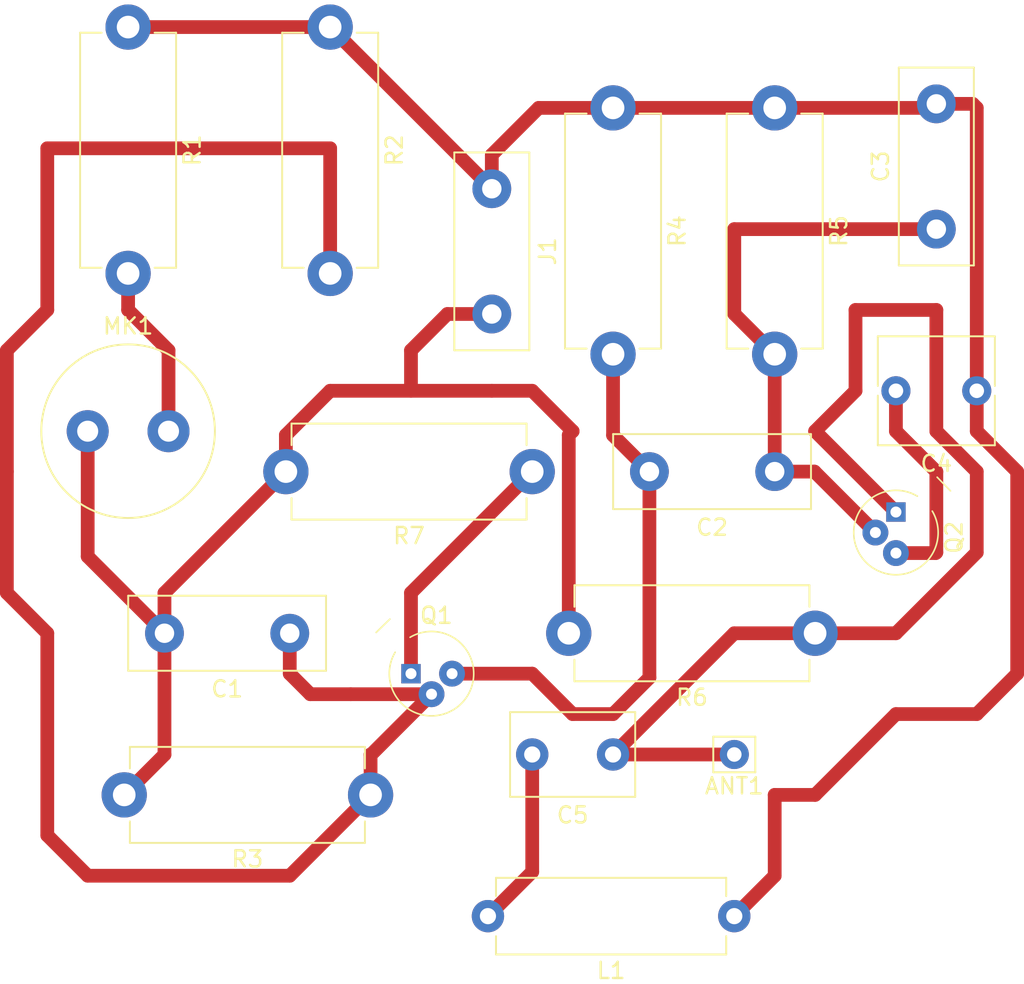
<source format=kicad_pcb>
(kicad_pcb (version 20171130) (host pcbnew "(5.1.5)-3")

  (general
    (thickness 1.6)
    (drawings 0)
    (tracks 91)
    (zones 0)
    (modules 18)
    (nets 11)
  )

  (page A4)
  (layers
    (0 F.Cu signal)
    (31 B.Cu signal)
    (32 B.Adhes user)
    (33 F.Adhes user)
    (34 B.Paste user)
    (35 F.Paste user)
    (36 B.SilkS user)
    (37 F.SilkS user)
    (38 B.Mask user)
    (39 F.Mask user)
    (40 Dwgs.User user)
    (41 Cmts.User user)
    (42 Eco1.User user)
    (43 Eco2.User user)
    (44 Edge.Cuts user)
    (45 Margin user)
    (46 B.CrtYd user)
    (47 F.CrtYd user)
    (48 B.Fab user)
    (49 F.Fab user)
  )

  (setup
    (last_trace_width 0.85)
    (user_trace_width 0.85)
    (trace_clearance 0.2)
    (zone_clearance 0.508)
    (zone_45_only no)
    (trace_min 0.2)
    (via_size 0.8)
    (via_drill 0.4)
    (via_min_size 0.4)
    (via_min_drill 0.3)
    (uvia_size 0.3)
    (uvia_drill 0.1)
    (uvias_allowed no)
    (uvia_min_size 0.2)
    (uvia_min_drill 0.1)
    (edge_width 0.05)
    (segment_width 0.2)
    (pcb_text_width 0.3)
    (pcb_text_size 1.5 1.5)
    (mod_edge_width 0.12)
    (mod_text_size 1 1)
    (mod_text_width 0.15)
    (pad_size 1.524 1.524)
    (pad_drill 0.762)
    (pad_to_mask_clearance 0.051)
    (solder_mask_min_width 0.25)
    (aux_axis_origin 0 0)
    (visible_elements FFFFFF7F)
    (pcbplotparams
      (layerselection 0x010fc_ffffffff)
      (usegerberextensions false)
      (usegerberattributes false)
      (usegerberadvancedattributes false)
      (creategerberjobfile false)
      (excludeedgelayer true)
      (linewidth 0.100000)
      (plotframeref false)
      (viasonmask false)
      (mode 1)
      (useauxorigin false)
      (hpglpennumber 1)
      (hpglpenspeed 20)
      (hpglpendiameter 15.000000)
      (psnegative false)
      (psa4output false)
      (plotreference true)
      (plotvalue true)
      (plotinvisibletext false)
      (padsonsilk false)
      (subtractmaskfromsilk false)
      (outputformat 1)
      (mirror false)
      (drillshape 1)
      (scaleselection 1)
      (outputdirectory ""))
  )

  (net 0 "")
  (net 1 "Net-(ANT1-Pad1)")
  (net 2 /VCC)
  (net 3 /GND)
  (net 4 "Net-(C1-Pad1)")
  (net 5 "Net-(C2-Pad1)")
  (net 6 "Net-(C2-Pad2)")
  (net 7 "Net-(C4-Pad2)")
  (net 8 "Net-(C5-Pad2)")
  (net 9 "Net-(MK1-Pad2)")
  (net 10 "Net-(Q1-Pad1)")

  (net_class Default "This is the default net class."
    (clearance 0.2)
    (trace_width 0.25)
    (via_dia 0.8)
    (via_drill 0.4)
    (uvia_dia 0.3)
    (uvia_drill 0.1)
    (add_net /GND)
    (add_net /VCC)
    (add_net "Net-(ANT1-Pad1)")
    (add_net "Net-(C1-Pad1)")
    (add_net "Net-(C2-Pad1)")
    (add_net "Net-(C2-Pad2)")
    (add_net "Net-(C4-Pad2)")
    (add_net "Net-(C5-Pad2)")
    (add_net "Net-(MK1-Pad2)")
    (add_net "Net-(Q1-Pad1)")
  )

  (module Resistor_THT:R_Axial_DIN0614_L14.3mm_D5.7mm_P15.24mm_Horizontal (layer F.Cu) (tedit 5AE5139B) (tstamp 5E66AAA8)
    (at 115 100 270)
    (descr "Resistor, Axial_DIN0614 series, Axial, Horizontal, pin pitch=15.24mm, 1.5W, length*diameter=14.3*5.7mm^2")
    (tags "Resistor Axial_DIN0614 series Axial Horizontal pin pitch 15.24mm 1.5W length 14.3mm diameter 5.7mm")
    (path /5E6512B5)
    (fp_text reference R2 (at 7.62 -3.97 90) (layer F.SilkS)
      (effects (font (size 1 1) (thickness 0.15)))
    )
    (fp_text value 1M (at 7.62 3.97 90) (layer F.Fab)
      (effects (font (size 1 1) (thickness 0.15)))
    )
    (fp_line (start 0.47 -2.85) (end 0.47 2.85) (layer F.Fab) (width 0.1))
    (fp_line (start 0.47 2.85) (end 14.77 2.85) (layer F.Fab) (width 0.1))
    (fp_line (start 14.77 2.85) (end 14.77 -2.85) (layer F.Fab) (width 0.1))
    (fp_line (start 14.77 -2.85) (end 0.47 -2.85) (layer F.Fab) (width 0.1))
    (fp_line (start 0 0) (end 0.47 0) (layer F.Fab) (width 0.1))
    (fp_line (start 15.24 0) (end 14.77 0) (layer F.Fab) (width 0.1))
    (fp_line (start 0.35 -1.64) (end 0.35 -2.97) (layer F.SilkS) (width 0.12))
    (fp_line (start 0.35 -2.97) (end 14.89 -2.97) (layer F.SilkS) (width 0.12))
    (fp_line (start 14.89 -2.97) (end 14.89 -1.64) (layer F.SilkS) (width 0.12))
    (fp_line (start 0.35 1.64) (end 0.35 2.97) (layer F.SilkS) (width 0.12))
    (fp_line (start 0.35 2.97) (end 14.89 2.97) (layer F.SilkS) (width 0.12))
    (fp_line (start 14.89 2.97) (end 14.89 1.64) (layer F.SilkS) (width 0.12))
    (fp_line (start -1.65 -3.1) (end -1.65 3.1) (layer F.CrtYd) (width 0.05))
    (fp_line (start -1.65 3.1) (end 16.89 3.1) (layer F.CrtYd) (width 0.05))
    (fp_line (start 16.89 3.1) (end 16.89 -3.1) (layer F.CrtYd) (width 0.05))
    (fp_line (start 16.89 -3.1) (end -1.65 -3.1) (layer F.CrtYd) (width 0.05))
    (fp_text user %R (at 7.62 0 90) (layer F.Fab)
      (effects (font (size 1 1) (thickness 0.15)))
    )
    (pad 1 thru_hole circle (at 0 0 270) (size 2.8 2.8) (drill 1.4) (layers *.Cu *.Mask)
      (net 2 /VCC))
    (pad 2 thru_hole oval (at 15.24 0 270) (size 2.8 2.8) (drill 1.4) (layers *.Cu *.Mask)
      (net 4 "Net-(C1-Pad1)"))
    (model ${KISYS3DMOD}/Resistor_THT.3dshapes/R_Axial_DIN0614_L14.3mm_D5.7mm_P15.24mm_Horizontal.wrl
      (at (xyz 0 0 0))
      (scale (xyz 1 1 1))
      (rotate (xyz 0 0 0))
    )
  )

  (module Connector_Pin:Pin_D0.9mm_L10.0mm_W2.4mm_FlatFork (layer F.Cu) (tedit 5A1DC084) (tstamp 5E668EFD)
    (at 140 145)
    (descr "solder Pin_ with flat fork, hole diameter 0.9mm, length 10.0mm, width 2.4mm")
    (tags "solder Pin_ with flat fork")
    (path /5E673B05)
    (fp_text reference ANT1 (at 0 1.95) (layer F.SilkS)
      (effects (font (size 1 1) (thickness 0.15)))
    )
    (fp_text value 2450AT18A100E (at 0 -2.05) (layer F.Fab)
      (effects (font (size 1 1) (thickness 0.15)))
    )
    (fp_text user %R (at 0 1.95) (layer F.Fab)
      (effects (font (size 1 1) (thickness 0.15)))
    )
    (fp_line (start -1.3 -1.1) (end -1.3 0.6) (layer F.SilkS) (width 0.12))
    (fp_line (start -1.3 0.6) (end -1.3 1.1) (layer F.SilkS) (width 0.12))
    (fp_line (start -1.3 1.1) (end 1.3 1.1) (layer F.SilkS) (width 0.12))
    (fp_line (start 1.3 1.1) (end 1.3 -1.1) (layer F.SilkS) (width 0.12))
    (fp_line (start 1.3 -1.1) (end -1.3 -1.1) (layer F.SilkS) (width 0.12))
    (fp_line (start -1.2 -0.25) (end -1.2 0.25) (layer F.Fab) (width 0.12))
    (fp_line (start -1.2 0.25) (end 1.2 0.25) (layer F.Fab) (width 0.12))
    (fp_line (start 1.2 0.25) (end 1.2 -0.25) (layer F.Fab) (width 0.12))
    (fp_line (start 1.2 -0.25) (end -1.2 -0.25) (layer F.Fab) (width 0.12))
    (fp_line (start -1.7 -1.4) (end 1.7 -1.4) (layer F.CrtYd) (width 0.05))
    (fp_line (start -1.7 -1.4) (end -1.7 1.4) (layer F.CrtYd) (width 0.05))
    (fp_line (start 1.7 1.4) (end 1.7 -1.4) (layer F.CrtYd) (width 0.05))
    (fp_line (start 1.7 1.4) (end -1.7 1.4) (layer F.CrtYd) (width 0.05))
    (pad 1 thru_hole circle (at 0 0) (size 1.8 1.8) (drill 0.9) (layers *.Cu *.Mask)
      (net 1 "Net-(ANT1-Pad1)"))
    (model ${KISYS3DMOD}/Connector_Pin.3dshapes/Pin_D0.9mm_L10.0mm_W2.4mm_FlatFork.wrl
      (at (xyz 0 0 0))
      (scale (xyz 1 1 1))
      (rotate (xyz 0 0 0))
    )
  )

  (module Capacitor_THT:C_Disc_D12.0mm_W4.4mm_P7.75mm (layer F.Cu) (tedit 5AE50EF0) (tstamp 5E668F52)
    (at 112.5 137.5 180)
    (descr "C, Disc series, Radial, pin pitch=7.75mm, , diameter*width=12*4.4mm^2, Capacitor")
    (tags "C Disc series Radial pin pitch 7.75mm  diameter 12mm width 4.4mm Capacitor")
    (path /5E655209)
    (fp_text reference C1 (at 3.875 -3.45) (layer F.SilkS)
      (effects (font (size 1 1) (thickness 0.15)))
    )
    (fp_text value 0.1uf (at 3.875 3.45) (layer F.Fab)
      (effects (font (size 1 1) (thickness 0.15)))
    )
    (fp_text user %R (at 3.875 0) (layer F.Fab)
      (effects (font (size 1 1) (thickness 0.15)))
    )
    (fp_line (start 10.13 -2.45) (end -2.38 -2.45) (layer F.CrtYd) (width 0.05))
    (fp_line (start 10.13 2.45) (end 10.13 -2.45) (layer F.CrtYd) (width 0.05))
    (fp_line (start -2.38 2.45) (end 10.13 2.45) (layer F.CrtYd) (width 0.05))
    (fp_line (start -2.38 -2.45) (end -2.38 2.45) (layer F.CrtYd) (width 0.05))
    (fp_line (start 9.995 -2.321) (end 9.995 2.321) (layer F.SilkS) (width 0.12))
    (fp_line (start -2.245 -2.321) (end -2.245 2.321) (layer F.SilkS) (width 0.12))
    (fp_line (start -2.245 2.321) (end 9.995 2.321) (layer F.SilkS) (width 0.12))
    (fp_line (start -2.245 -2.321) (end 9.995 -2.321) (layer F.SilkS) (width 0.12))
    (fp_line (start 9.875 -2.2) (end -2.125 -2.2) (layer F.Fab) (width 0.1))
    (fp_line (start 9.875 2.2) (end 9.875 -2.2) (layer F.Fab) (width 0.1))
    (fp_line (start -2.125 2.2) (end 9.875 2.2) (layer F.Fab) (width 0.1))
    (fp_line (start -2.125 -2.2) (end -2.125 2.2) (layer F.Fab) (width 0.1))
    (pad 2 thru_hole circle (at 7.75 0 180) (size 2.4 2.4) (drill 1.2) (layers *.Cu *.Mask)
      (net 3 /GND))
    (pad 1 thru_hole circle (at 0 0 180) (size 2.4 2.4) (drill 1.2) (layers *.Cu *.Mask)
      (net 4 "Net-(C1-Pad1)"))
    (model ${KISYS3DMOD}/Capacitor_THT.3dshapes/C_Disc_D12.0mm_W4.4mm_P7.75mm.wrl
      (at (xyz 0 0 0))
      (scale (xyz 1 1 1))
      (rotate (xyz 0 0 0))
    )
  )

  (module Capacitor_THT:C_Disc_D12.0mm_W4.4mm_P7.75mm (layer F.Cu) (tedit 5AE50EF0) (tstamp 5E668F65)
    (at 142.5 127.5 180)
    (descr "C, Disc series, Radial, pin pitch=7.75mm, , diameter*width=12*4.4mm^2, Capacitor")
    (tags "C Disc series Radial pin pitch 7.75mm  diameter 12mm width 4.4mm Capacitor")
    (path /5E654C98)
    (fp_text reference C2 (at 3.875 -3.45) (layer F.SilkS)
      (effects (font (size 1 1) (thickness 0.15)))
    )
    (fp_text value 0.1uF (at 3.875 3.45) (layer F.Fab)
      (effects (font (size 1 1) (thickness 0.15)))
    )
    (fp_line (start -2.125 -2.2) (end -2.125 2.2) (layer F.Fab) (width 0.1))
    (fp_line (start -2.125 2.2) (end 9.875 2.2) (layer F.Fab) (width 0.1))
    (fp_line (start 9.875 2.2) (end 9.875 -2.2) (layer F.Fab) (width 0.1))
    (fp_line (start 9.875 -2.2) (end -2.125 -2.2) (layer F.Fab) (width 0.1))
    (fp_line (start -2.245 -2.321) (end 9.995 -2.321) (layer F.SilkS) (width 0.12))
    (fp_line (start -2.245 2.321) (end 9.995 2.321) (layer F.SilkS) (width 0.12))
    (fp_line (start -2.245 -2.321) (end -2.245 2.321) (layer F.SilkS) (width 0.12))
    (fp_line (start 9.995 -2.321) (end 9.995 2.321) (layer F.SilkS) (width 0.12))
    (fp_line (start -2.38 -2.45) (end -2.38 2.45) (layer F.CrtYd) (width 0.05))
    (fp_line (start -2.38 2.45) (end 10.13 2.45) (layer F.CrtYd) (width 0.05))
    (fp_line (start 10.13 2.45) (end 10.13 -2.45) (layer F.CrtYd) (width 0.05))
    (fp_line (start 10.13 -2.45) (end -2.38 -2.45) (layer F.CrtYd) (width 0.05))
    (fp_text user %R (at 3.875 0) (layer F.Fab)
      (effects (font (size 1 1) (thickness 0.15)))
    )
    (pad 1 thru_hole circle (at 0 0 180) (size 2.4 2.4) (drill 1.2) (layers *.Cu *.Mask)
      (net 5 "Net-(C2-Pad1)"))
    (pad 2 thru_hole circle (at 7.75 0 180) (size 2.4 2.4) (drill 1.2) (layers *.Cu *.Mask)
      (net 6 "Net-(C2-Pad2)"))
    (model ${KISYS3DMOD}/Capacitor_THT.3dshapes/C_Disc_D12.0mm_W4.4mm_P7.75mm.wrl
      (at (xyz 0 0 0))
      (scale (xyz 1 1 1))
      (rotate (xyz 0 0 0))
    )
  )

  (module Capacitor_THT:C_Disc_D12.0mm_W4.4mm_P7.75mm (layer F.Cu) (tedit 5AE50EF0) (tstamp 5E668F78)
    (at 152.5 112.5 90)
    (descr "C, Disc series, Radial, pin pitch=7.75mm, , diameter*width=12*4.4mm^2, Capacitor")
    (tags "C Disc series Radial pin pitch 7.75mm  diameter 12mm width 4.4mm Capacitor")
    (path /5E6553B8)
    (fp_text reference C3 (at 3.875 -3.45 90) (layer F.SilkS)
      (effects (font (size 1 1) (thickness 0.15)))
    )
    (fp_text value 0.01uF (at 3.875 3.45 90) (layer F.Fab)
      (effects (font (size 1 1) (thickness 0.15)))
    )
    (fp_line (start -2.125 -2.2) (end -2.125 2.2) (layer F.Fab) (width 0.1))
    (fp_line (start -2.125 2.2) (end 9.875 2.2) (layer F.Fab) (width 0.1))
    (fp_line (start 9.875 2.2) (end 9.875 -2.2) (layer F.Fab) (width 0.1))
    (fp_line (start 9.875 -2.2) (end -2.125 -2.2) (layer F.Fab) (width 0.1))
    (fp_line (start -2.245 -2.321) (end 9.995 -2.321) (layer F.SilkS) (width 0.12))
    (fp_line (start -2.245 2.321) (end 9.995 2.321) (layer F.SilkS) (width 0.12))
    (fp_line (start -2.245 -2.321) (end -2.245 2.321) (layer F.SilkS) (width 0.12))
    (fp_line (start 9.995 -2.321) (end 9.995 2.321) (layer F.SilkS) (width 0.12))
    (fp_line (start -2.38 -2.45) (end -2.38 2.45) (layer F.CrtYd) (width 0.05))
    (fp_line (start -2.38 2.45) (end 10.13 2.45) (layer F.CrtYd) (width 0.05))
    (fp_line (start 10.13 2.45) (end 10.13 -2.45) (layer F.CrtYd) (width 0.05))
    (fp_line (start 10.13 -2.45) (end -2.38 -2.45) (layer F.CrtYd) (width 0.05))
    (fp_text user %R (at 3.875 0 90) (layer F.Fab)
      (effects (font (size 1 1) (thickness 0.15)))
    )
    (pad 1 thru_hole circle (at 0 0 90) (size 2.4 2.4) (drill 1.2) (layers *.Cu *.Mask)
      (net 5 "Net-(C2-Pad1)"))
    (pad 2 thru_hole circle (at 7.75 0 90) (size 2.4 2.4) (drill 1.2) (layers *.Cu *.Mask)
      (net 2 /VCC))
    (model ${KISYS3DMOD}/Capacitor_THT.3dshapes/C_Disc_D12.0mm_W4.4mm_P7.75mm.wrl
      (at (xyz 0 0 0))
      (scale (xyz 1 1 1))
      (rotate (xyz 0 0 0))
    )
  )

  (module Capacitor_THT:C_Rect_L7.0mm_W6.5mm_P5.00mm (layer F.Cu) (tedit 5AE50EF0) (tstamp 5E668F8D)
    (at 155 122.5 180)
    (descr "C, Rect series, Radial, pin pitch=5.00mm, , length*width=7*6.5mm^2, Capacitor")
    (tags "C Rect series Radial pin pitch 5.00mm  length 7mm width 6.5mm Capacitor")
    (path /5E652AC5)
    (fp_text reference C4 (at 2.5 -4.5) (layer F.SilkS)
      (effects (font (size 1 1) (thickness 0.15)))
    )
    (fp_text value C_Variable (at 2.5 4.5) (layer F.Fab)
      (effects (font (size 1 1) (thickness 0.15)))
    )
    (fp_line (start -1 -3.25) (end -1 3.25) (layer F.Fab) (width 0.1))
    (fp_line (start -1 3.25) (end 6 3.25) (layer F.Fab) (width 0.1))
    (fp_line (start 6 3.25) (end 6 -3.25) (layer F.Fab) (width 0.1))
    (fp_line (start 6 -3.25) (end -1 -3.25) (layer F.Fab) (width 0.1))
    (fp_line (start -1.12 -3.37) (end 6.12 -3.37) (layer F.SilkS) (width 0.12))
    (fp_line (start -1.12 3.37) (end 6.12 3.37) (layer F.SilkS) (width 0.12))
    (fp_line (start -1.12 -3.37) (end -1.12 -0.301) (layer F.SilkS) (width 0.12))
    (fp_line (start -1.12 0.301) (end -1.12 3.37) (layer F.SilkS) (width 0.12))
    (fp_line (start 6.12 -3.37) (end 6.12 -0.301) (layer F.SilkS) (width 0.12))
    (fp_line (start 6.12 0.301) (end 6.12 3.37) (layer F.SilkS) (width 0.12))
    (fp_line (start -1.25 -3.5) (end -1.25 3.5) (layer F.CrtYd) (width 0.05))
    (fp_line (start -1.25 3.5) (end 6.25 3.5) (layer F.CrtYd) (width 0.05))
    (fp_line (start 6.25 3.5) (end 6.25 -3.5) (layer F.CrtYd) (width 0.05))
    (fp_line (start 6.25 -3.5) (end -1.25 -3.5) (layer F.CrtYd) (width 0.05))
    (fp_text user %R (at 2.5 0) (layer F.Fab)
      (effects (font (size 1 1) (thickness 0.15)))
    )
    (pad 1 thru_hole circle (at 0 0 180) (size 1.8 1.8) (drill 0.9) (layers *.Cu *.Mask)
      (net 2 /VCC))
    (pad 2 thru_hole circle (at 5 0 180) (size 1.8 1.8) (drill 0.9) (layers *.Cu *.Mask)
      (net 7 "Net-(C4-Pad2)"))
    (model ${KISYS3DMOD}/Capacitor_THT.3dshapes/C_Rect_L7.0mm_W6.5mm_P5.00mm.wrl
      (at (xyz 0 0 0))
      (scale (xyz 1 1 1))
      (rotate (xyz 0 0 0))
    )
  )

  (module Capacitor_THT:C_Disc_D7.5mm_W5.0mm_P5.00mm (layer F.Cu) (tedit 5AE50EF0) (tstamp 5E668FA0)
    (at 132.5 145 180)
    (descr "C, Disc series, Radial, pin pitch=5.00mm, , diameter*width=7.5*5.0mm^2, Capacitor, http://www.vishay.com/docs/28535/vy2series.pdf")
    (tags "C Disc series Radial pin pitch 5.00mm  diameter 7.5mm width 5.0mm Capacitor")
    (path /5E664CC2)
    (fp_text reference C5 (at 2.5 -3.75) (layer F.SilkS)
      (effects (font (size 1 1) (thickness 0.15)))
    )
    (fp_text value 4.7uF (at 2.5 3.75) (layer F.Fab)
      (effects (font (size 1 1) (thickness 0.15)))
    )
    (fp_line (start -1.25 -2.5) (end -1.25 2.5) (layer F.Fab) (width 0.1))
    (fp_line (start -1.25 2.5) (end 6.25 2.5) (layer F.Fab) (width 0.1))
    (fp_line (start 6.25 2.5) (end 6.25 -2.5) (layer F.Fab) (width 0.1))
    (fp_line (start 6.25 -2.5) (end -1.25 -2.5) (layer F.Fab) (width 0.1))
    (fp_line (start -1.37 -2.62) (end 6.37 -2.62) (layer F.SilkS) (width 0.12))
    (fp_line (start -1.37 2.62) (end 6.37 2.62) (layer F.SilkS) (width 0.12))
    (fp_line (start -1.37 -2.62) (end -1.37 2.62) (layer F.SilkS) (width 0.12))
    (fp_line (start 6.37 -2.62) (end 6.37 2.62) (layer F.SilkS) (width 0.12))
    (fp_line (start -1.5 -2.75) (end -1.5 2.75) (layer F.CrtYd) (width 0.05))
    (fp_line (start -1.5 2.75) (end 6.5 2.75) (layer F.CrtYd) (width 0.05))
    (fp_line (start 6.5 2.75) (end 6.5 -2.75) (layer F.CrtYd) (width 0.05))
    (fp_line (start 6.5 -2.75) (end -1.5 -2.75) (layer F.CrtYd) (width 0.05))
    (fp_text user %R (at 2.5 0) (layer F.Fab)
      (effects (font (size 1 1) (thickness 0.15)))
    )
    (pad 1 thru_hole circle (at 0 0 180) (size 2 2) (drill 1) (layers *.Cu *.Mask)
      (net 1 "Net-(ANT1-Pad1)"))
    (pad 2 thru_hole circle (at 5 0 180) (size 2 2) (drill 1) (layers *.Cu *.Mask)
      (net 8 "Net-(C5-Pad2)"))
    (model ${KISYS3DMOD}/Capacitor_THT.3dshapes/C_Disc_D7.5mm_W5.0mm_P5.00mm.wrl
      (at (xyz 0 0 0))
      (scale (xyz 1 1 1))
      (rotate (xyz 0 0 0))
    )
  )

  (module Inductor_THT:L_Axial_L14.0mm_D4.5mm_P15.24mm_Horizontal_Fastron_LACC (layer F.Cu) (tedit 5AE59B05) (tstamp 5E668FB7)
    (at 140 155 180)
    (descr "Inductor, Axial series, Axial, Horizontal, pin pitch=15.24mm, , length*diameter=14*4.5mm^2, Fastron, LACC, http://www.fastrongroup.com/image-show/20/LACC.pdf?type=Complete-DataSheet&productType=series")
    (tags "Inductor Axial series Axial Horizontal pin pitch 15.24mm  length 14mm diameter 4.5mm Fastron LACC")
    (path /5E663EC6)
    (fp_text reference L1 (at 7.62 -3.37) (layer F.SilkS)
      (effects (font (size 1 1) (thickness 0.15)))
    )
    (fp_text value 0.01uH (at 7.62 3.37) (layer F.Fab)
      (effects (font (size 1 1) (thickness 0.15)))
    )
    (fp_line (start 0.62 -2.25) (end 0.62 2.25) (layer F.Fab) (width 0.1))
    (fp_line (start 0.62 2.25) (end 14.62 2.25) (layer F.Fab) (width 0.1))
    (fp_line (start 14.62 2.25) (end 14.62 -2.25) (layer F.Fab) (width 0.1))
    (fp_line (start 14.62 -2.25) (end 0.62 -2.25) (layer F.Fab) (width 0.1))
    (fp_line (start 0 0) (end 0.62 0) (layer F.Fab) (width 0.1))
    (fp_line (start 15.24 0) (end 14.62 0) (layer F.Fab) (width 0.1))
    (fp_line (start 0.5 -1.24) (end 0.5 -2.37) (layer F.SilkS) (width 0.12))
    (fp_line (start 0.5 -2.37) (end 14.74 -2.37) (layer F.SilkS) (width 0.12))
    (fp_line (start 14.74 -2.37) (end 14.74 -1.24) (layer F.SilkS) (width 0.12))
    (fp_line (start 0.5 1.24) (end 0.5 2.37) (layer F.SilkS) (width 0.12))
    (fp_line (start 0.5 2.37) (end 14.74 2.37) (layer F.SilkS) (width 0.12))
    (fp_line (start 14.74 2.37) (end 14.74 1.24) (layer F.SilkS) (width 0.12))
    (fp_line (start -1.25 -2.5) (end -1.25 2.5) (layer F.CrtYd) (width 0.05))
    (fp_line (start -1.25 2.5) (end 16.5 2.5) (layer F.CrtYd) (width 0.05))
    (fp_line (start 16.5 2.5) (end 16.5 -2.5) (layer F.CrtYd) (width 0.05))
    (fp_line (start 16.5 -2.5) (end -1.25 -2.5) (layer F.CrtYd) (width 0.05))
    (fp_text user %R (at 7.62 0) (layer F.Fab)
      (effects (font (size 1 1) (thickness 0.15)))
    )
    (pad 1 thru_hole circle (at 0 0 180) (size 2 2) (drill 1) (layers *.Cu *.Mask)
      (net 2 /VCC))
    (pad 2 thru_hole oval (at 15.24 0 180) (size 2 2) (drill 1) (layers *.Cu *.Mask)
      (net 8 "Net-(C5-Pad2)"))
    (model ${KISYS3DMOD}/Inductor_THT.3dshapes/L_Axial_L14.0mm_D4.5mm_P15.24mm_Horizontal_Fastron_LACC.wrl
      (at (xyz 0 0 0))
      (scale (xyz 1 1 1))
      (rotate (xyz 0 0 0))
    )
  )

  (module Inductor_THT:L_Radial_D10.5mm_P5.00mm_Abacron_AISR-01 (layer F.Cu) (tedit 5AE59B06) (tstamp 5E668FC1)
    (at 100 125)
    (descr "Inductor, Radial series, Radial, pin pitch=5.00mm, , diameter=10.5mm, Abacron, AISR-01, http://www.abracon.com/Magnetics/radial/AISR-01.pdf")
    (tags "Inductor Radial series Radial pin pitch 5.00mm  diameter 10.5mm Abacron AISR-01")
    (path /5E655859)
    (fp_text reference MK1 (at 2.5 -6.5) (layer F.SilkS)
      (effects (font (size 1 1) (thickness 0.15)))
    )
    (fp_text value Microphone (at 2.5 6.5) (layer F.Fab)
      (effects (font (size 1 1) (thickness 0.15)))
    )
    (fp_circle (center 2.5 0) (end 7.75 0) (layer F.Fab) (width 0.1))
    (fp_circle (center 2.5 0) (end 7.87 0) (layer F.SilkS) (width 0.12))
    (fp_circle (center 2.5 0) (end 8 0) (layer F.CrtYd) (width 0.05))
    (fp_text user %R (at 2.5 0) (layer F.Fab)
      (effects (font (size 1 1) (thickness 0.15)))
    )
    (pad 1 thru_hole circle (at 0 0) (size 2.6 2.6) (drill 1.3) (layers *.Cu *.Mask)
      (net 3 /GND))
    (pad 2 thru_hole circle (at 5 0) (size 2.6 2.6) (drill 1.3) (layers *.Cu *.Mask)
      (net 9 "Net-(MK1-Pad2)"))
    (model ${KISYS3DMOD}/Inductor_THT.3dshapes/L_Radial_D10.5mm_P5.00mm_Abacron_AISR-01.wrl
      (at (xyz 0 0 0))
      (scale (xyz 1 1 1))
      (rotate (xyz 0 0 0))
    )
  )

  (module digikey-footprints:TO-18-3 (layer F.Cu) (tedit 5AFC2FDD) (tstamp 5E668FD4)
    (at 120 140)
    (path /5E6543EE)
    (fp_text reference Q1 (at 1.57 -3.6) (layer F.SilkS)
      (effects (font (size 1 1) (thickness 0.15)))
    )
    (fp_text value 2N2222A (at 1.37 3.5) (layer F.Fab)
      (effects (font (size 1 1) (thickness 0.15)))
    )
    (fp_circle (center 1.27 0) (end 3.745 0) (layer F.Fab) (width 0.1))
    (fp_line (start -1.63 -2.9) (end -2.055 -2.5) (layer F.Fab) (width 0.1))
    (fp_line (start -1.63 -2.9) (end -1.23 -3.3) (layer F.Fab) (width 0.1))
    (fp_line (start -1.23 -3.3) (end -0.055 -2.075) (layer F.Fab) (width 0.1))
    (fp_line (start -2.055 -2.5) (end -0.805 -1.325) (layer F.Fab) (width 0.1))
    (fp_text user %R (at 1.27 -1.4) (layer F.Fab)
      (effects (font (size 0.75 0.75) (thickness 0.075)))
    )
    (fp_circle (center 1.27 0) (end 3.995 0) (layer F.CrtYd) (width 0.05))
    (fp_line (start -2.355 -2.475) (end -1.13 -1.325) (layer F.CrtYd) (width 0.05))
    (fp_line (start -1.205 -3.625) (end -2.38 -2.475) (layer F.CrtYd) (width 0.05))
    (fp_line (start -0.055 -2.4) (end -1.205 -3.625) (layer F.CrtYd) (width 0.05))
    (fp_arc (start 1.27 0) (end -0.98 -1.325) (angle -331) (layer F.SilkS) (width 0.1))
    (fp_line (start -2.155 -2.55) (end -1.305 -3.375) (layer F.SilkS) (width 0.1))
    (pad 3 thru_hole circle (at 2.54 0) (size 1.6 1.6) (drill 0.68) (layers *.Cu *.Mask)
      (net 6 "Net-(C2-Pad2)"))
    (pad 2 thru_hole circle (at 1.27 1.27) (size 1.6 1.6) (drill 0.68) (layers *.Cu *.Mask)
      (net 4 "Net-(C1-Pad1)"))
    (pad 1 thru_hole rect (at 0 0) (size 1.2 1.2) (drill 0.68) (layers *.Cu *.Mask)
      (net 10 "Net-(Q1-Pad1)"))
  )

  (module digikey-footprints:TO-18-3 (layer F.Cu) (tedit 5AFC2FDD) (tstamp 5E668FE7)
    (at 150 130 270)
    (path /5E653737)
    (fp_text reference Q2 (at 1.57 -3.6 90) (layer F.SilkS)
      (effects (font (size 1 1) (thickness 0.15)))
    )
    (fp_text value 2N2222A (at 1.37 3.5 90) (layer F.Fab)
      (effects (font (size 1 1) (thickness 0.15)))
    )
    (fp_line (start -2.155 -2.55) (end -1.305 -3.375) (layer F.SilkS) (width 0.1))
    (fp_arc (start 1.27 0) (end -0.98 -1.325) (angle -331) (layer F.SilkS) (width 0.1))
    (fp_line (start -0.055 -2.4) (end -1.205 -3.625) (layer F.CrtYd) (width 0.05))
    (fp_line (start -1.205 -3.625) (end -2.38 -2.475) (layer F.CrtYd) (width 0.05))
    (fp_line (start -2.355 -2.475) (end -1.13 -1.325) (layer F.CrtYd) (width 0.05))
    (fp_circle (center 1.27 0) (end 3.995 0) (layer F.CrtYd) (width 0.05))
    (fp_text user %R (at 1.27 -1.4 90) (layer F.Fab)
      (effects (font (size 0.75 0.75) (thickness 0.075)))
    )
    (fp_line (start -2.055 -2.5) (end -0.805 -1.325) (layer F.Fab) (width 0.1))
    (fp_line (start -1.23 -3.3) (end -0.055 -2.075) (layer F.Fab) (width 0.1))
    (fp_line (start -1.63 -2.9) (end -1.23 -3.3) (layer F.Fab) (width 0.1))
    (fp_line (start -1.63 -2.9) (end -2.055 -2.5) (layer F.Fab) (width 0.1))
    (fp_circle (center 1.27 0) (end 3.745 0) (layer F.Fab) (width 0.1))
    (pad 1 thru_hole rect (at 0 0 270) (size 1.2 1.2) (drill 0.68) (layers *.Cu *.Mask)
      (net 1 "Net-(ANT1-Pad1)"))
    (pad 2 thru_hole circle (at 1.27 1.27 270) (size 1.6 1.6) (drill 0.68) (layers *.Cu *.Mask)
      (net 5 "Net-(C2-Pad1)"))
    (pad 3 thru_hole circle (at 2.54 0 270) (size 1.6 1.6) (drill 0.68) (layers *.Cu *.Mask)
      (net 7 "Net-(C4-Pad2)"))
  )

  (module Resistor_THT:R_Axial_DIN0614_L14.3mm_D5.7mm_P15.24mm_Horizontal (layer F.Cu) (tedit 5AE5139B) (tstamp 5E668FFE)
    (at 102.5 100 270)
    (descr "Resistor, Axial_DIN0614 series, Axial, Horizontal, pin pitch=15.24mm, 1.5W, length*diameter=14.3*5.7mm^2")
    (tags "Resistor Axial_DIN0614 series Axial Horizontal pin pitch 15.24mm 1.5W length 14.3mm diameter 5.7mm")
    (path /5E6677F5)
    (fp_text reference R1 (at 7.62 -3.97 90) (layer F.SilkS)
      (effects (font (size 1 1) (thickness 0.15)))
    )
    (fp_text value 10k (at 7.62 3.97 90) (layer F.Fab)
      (effects (font (size 1 1) (thickness 0.15)))
    )
    (fp_line (start 0.47 -2.85) (end 0.47 2.85) (layer F.Fab) (width 0.1))
    (fp_line (start 0.47 2.85) (end 14.77 2.85) (layer F.Fab) (width 0.1))
    (fp_line (start 14.77 2.85) (end 14.77 -2.85) (layer F.Fab) (width 0.1))
    (fp_line (start 14.77 -2.85) (end 0.47 -2.85) (layer F.Fab) (width 0.1))
    (fp_line (start 0 0) (end 0.47 0) (layer F.Fab) (width 0.1))
    (fp_line (start 15.24 0) (end 14.77 0) (layer F.Fab) (width 0.1))
    (fp_line (start 0.35 -1.64) (end 0.35 -2.97) (layer F.SilkS) (width 0.12))
    (fp_line (start 0.35 -2.97) (end 14.89 -2.97) (layer F.SilkS) (width 0.12))
    (fp_line (start 14.89 -2.97) (end 14.89 -1.64) (layer F.SilkS) (width 0.12))
    (fp_line (start 0.35 1.64) (end 0.35 2.97) (layer F.SilkS) (width 0.12))
    (fp_line (start 0.35 2.97) (end 14.89 2.97) (layer F.SilkS) (width 0.12))
    (fp_line (start 14.89 2.97) (end 14.89 1.64) (layer F.SilkS) (width 0.12))
    (fp_line (start -1.65 -3.1) (end -1.65 3.1) (layer F.CrtYd) (width 0.05))
    (fp_line (start -1.65 3.1) (end 16.89 3.1) (layer F.CrtYd) (width 0.05))
    (fp_line (start 16.89 3.1) (end 16.89 -3.1) (layer F.CrtYd) (width 0.05))
    (fp_line (start 16.89 -3.1) (end -1.65 -3.1) (layer F.CrtYd) (width 0.05))
    (fp_text user %R (at 7.62 0 90) (layer F.Fab)
      (effects (font (size 1 1) (thickness 0.15)))
    )
    (pad 1 thru_hole circle (at 0 0 270) (size 2.8 2.8) (drill 1.4) (layers *.Cu *.Mask)
      (net 2 /VCC))
    (pad 2 thru_hole oval (at 15.24 0 270) (size 2.8 2.8) (drill 1.4) (layers *.Cu *.Mask)
      (net 9 "Net-(MK1-Pad2)"))
    (model ${KISYS3DMOD}/Resistor_THT.3dshapes/R_Axial_DIN0614_L14.3mm_D5.7mm_P15.24mm_Horizontal.wrl
      (at (xyz 0 0 0))
      (scale (xyz 1 1 1))
      (rotate (xyz 0 0 0))
    )
  )

  (module Resistor_THT:R_Axial_DIN0614_L14.3mm_D5.7mm_P15.24mm_Horizontal (layer F.Cu) (tedit 5AE5139B) (tstamp 5E66902C)
    (at 117.5 147.5 180)
    (descr "Resistor, Axial_DIN0614 series, Axial, Horizontal, pin pitch=15.24mm, 1.5W, length*diameter=14.3*5.7mm^2")
    (tags "Resistor Axial_DIN0614 series Axial Horizontal pin pitch 15.24mm 1.5W length 14.3mm diameter 5.7mm")
    (path /5E6527A8)
    (fp_text reference R3 (at 7.62 -3.97) (layer F.SilkS)
      (effects (font (size 1 1) (thickness 0.15)))
    )
    (fp_text value 100k (at 7.62 3.97) (layer F.Fab)
      (effects (font (size 1 1) (thickness 0.15)))
    )
    (fp_text user %R (at 7.62 0) (layer F.Fab)
      (effects (font (size 1 1) (thickness 0.15)))
    )
    (fp_line (start 16.89 -3.1) (end -1.65 -3.1) (layer F.CrtYd) (width 0.05))
    (fp_line (start 16.89 3.1) (end 16.89 -3.1) (layer F.CrtYd) (width 0.05))
    (fp_line (start -1.65 3.1) (end 16.89 3.1) (layer F.CrtYd) (width 0.05))
    (fp_line (start -1.65 -3.1) (end -1.65 3.1) (layer F.CrtYd) (width 0.05))
    (fp_line (start 14.89 2.97) (end 14.89 1.64) (layer F.SilkS) (width 0.12))
    (fp_line (start 0.35 2.97) (end 14.89 2.97) (layer F.SilkS) (width 0.12))
    (fp_line (start 0.35 1.64) (end 0.35 2.97) (layer F.SilkS) (width 0.12))
    (fp_line (start 14.89 -2.97) (end 14.89 -1.64) (layer F.SilkS) (width 0.12))
    (fp_line (start 0.35 -2.97) (end 14.89 -2.97) (layer F.SilkS) (width 0.12))
    (fp_line (start 0.35 -1.64) (end 0.35 -2.97) (layer F.SilkS) (width 0.12))
    (fp_line (start 15.24 0) (end 14.77 0) (layer F.Fab) (width 0.1))
    (fp_line (start 0 0) (end 0.47 0) (layer F.Fab) (width 0.1))
    (fp_line (start 14.77 -2.85) (end 0.47 -2.85) (layer F.Fab) (width 0.1))
    (fp_line (start 14.77 2.85) (end 14.77 -2.85) (layer F.Fab) (width 0.1))
    (fp_line (start 0.47 2.85) (end 14.77 2.85) (layer F.Fab) (width 0.1))
    (fp_line (start 0.47 -2.85) (end 0.47 2.85) (layer F.Fab) (width 0.1))
    (pad 2 thru_hole oval (at 15.24 0 180) (size 2.8 2.8) (drill 1.4) (layers *.Cu *.Mask)
      (net 3 /GND))
    (pad 1 thru_hole circle (at 0 0 180) (size 2.8 2.8) (drill 1.4) (layers *.Cu *.Mask)
      (net 4 "Net-(C1-Pad1)"))
    (model ${KISYS3DMOD}/Resistor_THT.3dshapes/R_Axial_DIN0614_L14.3mm_D5.7mm_P15.24mm_Horizontal.wrl
      (at (xyz 0 0 0))
      (scale (xyz 1 1 1))
      (rotate (xyz 0 0 0))
    )
  )

  (module Resistor_THT:R_Axial_DIN0614_L14.3mm_D5.7mm_P15.24mm_Horizontal (layer F.Cu) (tedit 5AE5139B) (tstamp 5E669043)
    (at 132.5 105 270)
    (descr "Resistor, Axial_DIN0614 series, Axial, Horizontal, pin pitch=15.24mm, 1.5W, length*diameter=14.3*5.7mm^2")
    (tags "Resistor Axial_DIN0614 series Axial Horizontal pin pitch 15.24mm 1.5W length 14.3mm diameter 5.7mm")
    (path /5E652654)
    (fp_text reference R4 (at 7.62 -3.97 90) (layer F.SilkS)
      (effects (font (size 1 1) (thickness 0.15)))
    )
    (fp_text value 10k (at 7.62 3.97 90) (layer F.Fab)
      (effects (font (size 1 1) (thickness 0.15)))
    )
    (fp_line (start 0.47 -2.85) (end 0.47 2.85) (layer F.Fab) (width 0.1))
    (fp_line (start 0.47 2.85) (end 14.77 2.85) (layer F.Fab) (width 0.1))
    (fp_line (start 14.77 2.85) (end 14.77 -2.85) (layer F.Fab) (width 0.1))
    (fp_line (start 14.77 -2.85) (end 0.47 -2.85) (layer F.Fab) (width 0.1))
    (fp_line (start 0 0) (end 0.47 0) (layer F.Fab) (width 0.1))
    (fp_line (start 15.24 0) (end 14.77 0) (layer F.Fab) (width 0.1))
    (fp_line (start 0.35 -1.64) (end 0.35 -2.97) (layer F.SilkS) (width 0.12))
    (fp_line (start 0.35 -2.97) (end 14.89 -2.97) (layer F.SilkS) (width 0.12))
    (fp_line (start 14.89 -2.97) (end 14.89 -1.64) (layer F.SilkS) (width 0.12))
    (fp_line (start 0.35 1.64) (end 0.35 2.97) (layer F.SilkS) (width 0.12))
    (fp_line (start 0.35 2.97) (end 14.89 2.97) (layer F.SilkS) (width 0.12))
    (fp_line (start 14.89 2.97) (end 14.89 1.64) (layer F.SilkS) (width 0.12))
    (fp_line (start -1.65 -3.1) (end -1.65 3.1) (layer F.CrtYd) (width 0.05))
    (fp_line (start -1.65 3.1) (end 16.89 3.1) (layer F.CrtYd) (width 0.05))
    (fp_line (start 16.89 3.1) (end 16.89 -3.1) (layer F.CrtYd) (width 0.05))
    (fp_line (start 16.89 -3.1) (end -1.65 -3.1) (layer F.CrtYd) (width 0.05))
    (fp_text user %R (at 7.62 0 90) (layer F.Fab)
      (effects (font (size 1 1) (thickness 0.15)))
    )
    (pad 1 thru_hole circle (at 0 0 270) (size 2.8 2.8) (drill 1.4) (layers *.Cu *.Mask)
      (net 2 /VCC))
    (pad 2 thru_hole oval (at 15.24 0 270) (size 2.8 2.8) (drill 1.4) (layers *.Cu *.Mask)
      (net 6 "Net-(C2-Pad2)"))
    (model ${KISYS3DMOD}/Resistor_THT.3dshapes/R_Axial_DIN0614_L14.3mm_D5.7mm_P15.24mm_Horizontal.wrl
      (at (xyz 0 0 0))
      (scale (xyz 1 1 1))
      (rotate (xyz 0 0 0))
    )
  )

  (module Resistor_THT:R_Axial_DIN0614_L14.3mm_D5.7mm_P15.24mm_Horizontal (layer F.Cu) (tedit 5AE5139B) (tstamp 5E66905A)
    (at 142.5 105 270)
    (descr "Resistor, Axial_DIN0614 series, Axial, Horizontal, pin pitch=15.24mm, 1.5W, length*diameter=14.3*5.7mm^2")
    (tags "Resistor Axial_DIN0614 series Axial Horizontal pin pitch 15.24mm 1.5W length 14.3mm diameter 5.7mm")
    (path /5E652485)
    (fp_text reference R5 (at 7.62 -3.97 90) (layer F.SilkS)
      (effects (font (size 1 1) (thickness 0.15)))
    )
    (fp_text value 10k (at 7.62 3.97 90) (layer F.Fab)
      (effects (font (size 1 1) (thickness 0.15)))
    )
    (fp_text user %R (at 7.62 0 90) (layer F.Fab)
      (effects (font (size 1 1) (thickness 0.15)))
    )
    (fp_line (start 16.89 -3.1) (end -1.65 -3.1) (layer F.CrtYd) (width 0.05))
    (fp_line (start 16.89 3.1) (end 16.89 -3.1) (layer F.CrtYd) (width 0.05))
    (fp_line (start -1.65 3.1) (end 16.89 3.1) (layer F.CrtYd) (width 0.05))
    (fp_line (start -1.65 -3.1) (end -1.65 3.1) (layer F.CrtYd) (width 0.05))
    (fp_line (start 14.89 2.97) (end 14.89 1.64) (layer F.SilkS) (width 0.12))
    (fp_line (start 0.35 2.97) (end 14.89 2.97) (layer F.SilkS) (width 0.12))
    (fp_line (start 0.35 1.64) (end 0.35 2.97) (layer F.SilkS) (width 0.12))
    (fp_line (start 14.89 -2.97) (end 14.89 -1.64) (layer F.SilkS) (width 0.12))
    (fp_line (start 0.35 -2.97) (end 14.89 -2.97) (layer F.SilkS) (width 0.12))
    (fp_line (start 0.35 -1.64) (end 0.35 -2.97) (layer F.SilkS) (width 0.12))
    (fp_line (start 15.24 0) (end 14.77 0) (layer F.Fab) (width 0.1))
    (fp_line (start 0 0) (end 0.47 0) (layer F.Fab) (width 0.1))
    (fp_line (start 14.77 -2.85) (end 0.47 -2.85) (layer F.Fab) (width 0.1))
    (fp_line (start 14.77 2.85) (end 14.77 -2.85) (layer F.Fab) (width 0.1))
    (fp_line (start 0.47 2.85) (end 14.77 2.85) (layer F.Fab) (width 0.1))
    (fp_line (start 0.47 -2.85) (end 0.47 2.85) (layer F.Fab) (width 0.1))
    (pad 2 thru_hole oval (at 15.24 0 270) (size 2.8 2.8) (drill 1.4) (layers *.Cu *.Mask)
      (net 5 "Net-(C2-Pad1)"))
    (pad 1 thru_hole circle (at 0 0 270) (size 2.8 2.8) (drill 1.4) (layers *.Cu *.Mask)
      (net 2 /VCC))
    (model ${KISYS3DMOD}/Resistor_THT.3dshapes/R_Axial_DIN0614_L14.3mm_D5.7mm_P15.24mm_Horizontal.wrl
      (at (xyz 0 0 0))
      (scale (xyz 1 1 1))
      (rotate (xyz 0 0 0))
    )
  )

  (module Resistor_THT:R_Axial_DIN0614_L14.3mm_D5.7mm_P15.24mm_Horizontal (layer F.Cu) (tedit 5AE5139B) (tstamp 5E669071)
    (at 145 137.5 180)
    (descr "Resistor, Axial_DIN0614 series, Axial, Horizontal, pin pitch=15.24mm, 1.5W, length*diameter=14.3*5.7mm^2")
    (tags "Resistor Axial_DIN0614 series Axial Horizontal pin pitch 15.24mm 1.5W length 14.3mm diameter 5.7mm")
    (path /5E651F7D)
    (fp_text reference R6 (at 7.62 -3.97) (layer F.SilkS)
      (effects (font (size 1 1) (thickness 0.15)))
    )
    (fp_text value 1k (at 7.62 3.97) (layer F.Fab)
      (effects (font (size 1 1) (thickness 0.15)))
    )
    (fp_line (start 0.47 -2.85) (end 0.47 2.85) (layer F.Fab) (width 0.1))
    (fp_line (start 0.47 2.85) (end 14.77 2.85) (layer F.Fab) (width 0.1))
    (fp_line (start 14.77 2.85) (end 14.77 -2.85) (layer F.Fab) (width 0.1))
    (fp_line (start 14.77 -2.85) (end 0.47 -2.85) (layer F.Fab) (width 0.1))
    (fp_line (start 0 0) (end 0.47 0) (layer F.Fab) (width 0.1))
    (fp_line (start 15.24 0) (end 14.77 0) (layer F.Fab) (width 0.1))
    (fp_line (start 0.35 -1.64) (end 0.35 -2.97) (layer F.SilkS) (width 0.12))
    (fp_line (start 0.35 -2.97) (end 14.89 -2.97) (layer F.SilkS) (width 0.12))
    (fp_line (start 14.89 -2.97) (end 14.89 -1.64) (layer F.SilkS) (width 0.12))
    (fp_line (start 0.35 1.64) (end 0.35 2.97) (layer F.SilkS) (width 0.12))
    (fp_line (start 0.35 2.97) (end 14.89 2.97) (layer F.SilkS) (width 0.12))
    (fp_line (start 14.89 2.97) (end 14.89 1.64) (layer F.SilkS) (width 0.12))
    (fp_line (start -1.65 -3.1) (end -1.65 3.1) (layer F.CrtYd) (width 0.05))
    (fp_line (start -1.65 3.1) (end 16.89 3.1) (layer F.CrtYd) (width 0.05))
    (fp_line (start 16.89 3.1) (end 16.89 -3.1) (layer F.CrtYd) (width 0.05))
    (fp_line (start 16.89 -3.1) (end -1.65 -3.1) (layer F.CrtYd) (width 0.05))
    (fp_text user %R (at 7.62 0) (layer F.Fab)
      (effects (font (size 1 1) (thickness 0.15)))
    )
    (pad 1 thru_hole circle (at 0 0 180) (size 2.8 2.8) (drill 1.4) (layers *.Cu *.Mask)
      (net 1 "Net-(ANT1-Pad1)"))
    (pad 2 thru_hole oval (at 15.24 0 180) (size 2.8 2.8) (drill 1.4) (layers *.Cu *.Mask)
      (net 3 /GND))
    (model ${KISYS3DMOD}/Resistor_THT.3dshapes/R_Axial_DIN0614_L14.3mm_D5.7mm_P15.24mm_Horizontal.wrl
      (at (xyz 0 0 0))
      (scale (xyz 1 1 1))
      (rotate (xyz 0 0 0))
    )
  )

  (module Resistor_THT:R_Axial_DIN0614_L14.3mm_D5.7mm_P15.24mm_Horizontal (layer F.Cu) (tedit 5AE5139B) (tstamp 5E669088)
    (at 127.5 127.5 180)
    (descr "Resistor, Axial_DIN0614 series, Axial, Horizontal, pin pitch=15.24mm, 1.5W, length*diameter=14.3*5.7mm^2")
    (tags "Resistor Axial_DIN0614 series Axial Horizontal pin pitch 15.24mm 1.5W length 14.3mm diameter 5.7mm")
    (path /5E670A04)
    (fp_text reference R7 (at 7.62 -3.97) (layer F.SilkS)
      (effects (font (size 1 1) (thickness 0.15)))
    )
    (fp_text value 100k (at 7.62 3.97) (layer F.Fab)
      (effects (font (size 1 1) (thickness 0.15)))
    )
    (fp_text user %R (at 7.62 0) (layer F.Fab)
      (effects (font (size 1 1) (thickness 0.15)))
    )
    (fp_line (start 16.89 -3.1) (end -1.65 -3.1) (layer F.CrtYd) (width 0.05))
    (fp_line (start 16.89 3.1) (end 16.89 -3.1) (layer F.CrtYd) (width 0.05))
    (fp_line (start -1.65 3.1) (end 16.89 3.1) (layer F.CrtYd) (width 0.05))
    (fp_line (start -1.65 -3.1) (end -1.65 3.1) (layer F.CrtYd) (width 0.05))
    (fp_line (start 14.89 2.97) (end 14.89 1.64) (layer F.SilkS) (width 0.12))
    (fp_line (start 0.35 2.97) (end 14.89 2.97) (layer F.SilkS) (width 0.12))
    (fp_line (start 0.35 1.64) (end 0.35 2.97) (layer F.SilkS) (width 0.12))
    (fp_line (start 14.89 -2.97) (end 14.89 -1.64) (layer F.SilkS) (width 0.12))
    (fp_line (start 0.35 -2.97) (end 14.89 -2.97) (layer F.SilkS) (width 0.12))
    (fp_line (start 0.35 -1.64) (end 0.35 -2.97) (layer F.SilkS) (width 0.12))
    (fp_line (start 15.24 0) (end 14.77 0) (layer F.Fab) (width 0.1))
    (fp_line (start 0 0) (end 0.47 0) (layer F.Fab) (width 0.1))
    (fp_line (start 14.77 -2.85) (end 0.47 -2.85) (layer F.Fab) (width 0.1))
    (fp_line (start 14.77 2.85) (end 14.77 -2.85) (layer F.Fab) (width 0.1))
    (fp_line (start 0.47 2.85) (end 14.77 2.85) (layer F.Fab) (width 0.1))
    (fp_line (start 0.47 -2.85) (end 0.47 2.85) (layer F.Fab) (width 0.1))
    (pad 2 thru_hole oval (at 15.24 0 180) (size 2.8 2.8) (drill 1.4) (layers *.Cu *.Mask)
      (net 3 /GND))
    (pad 1 thru_hole circle (at 0 0 180) (size 2.8 2.8) (drill 1.4) (layers *.Cu *.Mask)
      (net 10 "Net-(Q1-Pad1)"))
    (model ${KISYS3DMOD}/Resistor_THT.3dshapes/R_Axial_DIN0614_L14.3mm_D5.7mm_P15.24mm_Horizontal.wrl
      (at (xyz 0 0 0))
      (scale (xyz 1 1 1))
      (rotate (xyz 0 0 0))
    )
  )

  (module Capacitor_THT:C_Disc_D12.0mm_W4.4mm_P7.75mm (layer F.Cu) (tedit 5AE50EF0) (tstamp 5E66BA51)
    (at 125 110 270)
    (descr "C, Disc series, Radial, pin pitch=7.75mm, , diameter*width=12*4.4mm^2, Capacitor")
    (tags "C Disc series Radial pin pitch 7.75mm  diameter 12mm width 4.4mm Capacitor")
    (path /5E68D00A)
    (fp_text reference J1 (at 3.875 -3.45 90) (layer F.SilkS)
      (effects (font (size 1 1) (thickness 0.15)))
    )
    (fp_text value OSTTC020162 (at 3.875 3.45 90) (layer F.Fab)
      (effects (font (size 1 1) (thickness 0.15)))
    )
    (fp_line (start -2.125 -2.2) (end -2.125 2.2) (layer F.Fab) (width 0.1))
    (fp_line (start -2.125 2.2) (end 9.875 2.2) (layer F.Fab) (width 0.1))
    (fp_line (start 9.875 2.2) (end 9.875 -2.2) (layer F.Fab) (width 0.1))
    (fp_line (start 9.875 -2.2) (end -2.125 -2.2) (layer F.Fab) (width 0.1))
    (fp_line (start -2.245 -2.321) (end 9.995 -2.321) (layer F.SilkS) (width 0.12))
    (fp_line (start -2.245 2.321) (end 9.995 2.321) (layer F.SilkS) (width 0.12))
    (fp_line (start -2.245 -2.321) (end -2.245 2.321) (layer F.SilkS) (width 0.12))
    (fp_line (start 9.995 -2.321) (end 9.995 2.321) (layer F.SilkS) (width 0.12))
    (fp_line (start -2.38 -2.45) (end -2.38 2.45) (layer F.CrtYd) (width 0.05))
    (fp_line (start -2.38 2.45) (end 10.13 2.45) (layer F.CrtYd) (width 0.05))
    (fp_line (start 10.13 2.45) (end 10.13 -2.45) (layer F.CrtYd) (width 0.05))
    (fp_line (start 10.13 -2.45) (end -2.38 -2.45) (layer F.CrtYd) (width 0.05))
    (fp_text user %R (at 3.875 0 90) (layer F.Fab)
      (effects (font (size 1 1) (thickness 0.15)))
    )
    (pad 1 thru_hole circle (at 0 0 270) (size 2.4 2.4) (drill 1.2) (layers *.Cu *.Mask)
      (net 2 /VCC))
    (pad 2 thru_hole circle (at 7.75 0 270) (size 2.4 2.4) (drill 1.2) (layers *.Cu *.Mask)
      (net 3 /GND))
    (model ${KISYS3DMOD}/Capacitor_THT.3dshapes/C_Disc_D12.0mm_W4.4mm_P7.75mm.wrl
      (at (xyz 0 0 0))
      (scale (xyz 1 1 1))
      (rotate (xyz 0 0 0))
    )
  )

  (segment (start 140 137.5) (end 145 137.5) (width 0.85) (layer F.Cu) (net 1) (status 20))
  (segment (start 132.5 145) (end 140 137.5) (width 0.85) (layer F.Cu) (net 1) (status 10))
  (segment (start 132.5 145) (end 140 145) (width 0.85) (layer F.Cu) (net 1) (status 30))
  (segment (start 150 137.5) (end 145 137.5) (width 0.85) (layer F.Cu) (net 1) (status 20))
  (segment (start 155 132.5) (end 150 137.5) (width 0.85) (layer F.Cu) (net 1))
  (segment (start 155 127.5) (end 155 132.5) (width 0.85) (layer F.Cu) (net 1))
  (segment (start 152.5 125) (end 155 127.5) (width 0.85) (layer F.Cu) (net 1))
  (segment (start 145 125) (end 147.5 122.5) (width 0.85) (layer F.Cu) (net 1))
  (segment (start 150 130) (end 145 125) (width 0.85) (layer F.Cu) (net 1) (status 10))
  (segment (start 152.5 117.5) (end 152.5 125) (width 0.85) (layer F.Cu) (net 1))
  (segment (start 147.5 122.5) (end 147.5 117.5) (width 0.85) (layer F.Cu) (net 1))
  (segment (start 147.5 117.5) (end 152.5 117.5) (width 0.85) (layer F.Cu) (net 1))
  (segment (start 132.5 105) (end 142.5 105) (width 0.85) (layer F.Cu) (net 2) (status 30))
  (segment (start 152.25 105) (end 152.5 104.75) (width 0.85) (layer F.Cu) (net 2) (status 30))
  (segment (start 142.5 105) (end 152.25 105) (width 0.85) (layer F.Cu) (net 2) (status 30))
  (segment (start 152.5 104.75) (end 154.75 104.75) (width 0.85) (layer F.Cu) (net 2) (status 10))
  (segment (start 155 105) (end 155 122.5) (width 0.85) (layer F.Cu) (net 2) (status 20))
  (segment (start 154.75 104.75) (end 155 105) (width 0.85) (layer F.Cu) (net 2))
  (segment (start 102.5 100) (end 115 100) (width 0.85) (layer F.Cu) (net 2) (status 30))
  (segment (start 115 100) (end 125 110) (width 0.85) (layer F.Cu) (net 2) (status 30))
  (segment (start 125 107.9) (end 125 110) (width 0.85) (layer F.Cu) (net 2) (status 20))
  (segment (start 127.9 105) (end 125 107.9) (width 0.85) (layer F.Cu) (net 2))
  (segment (start 132.5 105) (end 127.9 105) (width 0.85) (layer F.Cu) (net 2) (status 10))
  (segment (start 157.5 127.5) (end 155 125) (width 0.85) (layer F.Cu) (net 2))
  (segment (start 155 142.5) (end 157.5 140) (width 0.85) (layer F.Cu) (net 2))
  (segment (start 155 125) (end 155 122.5) (width 0.85) (layer F.Cu) (net 2) (status 20))
  (segment (start 142.5 152.5) (end 142.5 147.5) (width 0.85) (layer F.Cu) (net 2))
  (segment (start 150 142.5) (end 155 142.5) (width 0.85) (layer F.Cu) (net 2))
  (segment (start 140 155) (end 142.5 152.5) (width 0.85) (layer F.Cu) (net 2) (status 10))
  (segment (start 157.5 140) (end 157.5 127.5) (width 0.85) (layer F.Cu) (net 2))
  (segment (start 145 147.5) (end 150 142.5) (width 0.85) (layer F.Cu) (net 2))
  (segment (start 142.5 147.5) (end 145 147.5) (width 0.85) (layer F.Cu) (net 2))
  (segment (start 104.75 135.01) (end 112.26 127.5) (width 0.85) (layer F.Cu) (net 3) (status 20))
  (segment (start 104.75 137.5) (end 104.75 135.01) (width 0.85) (layer F.Cu) (net 3) (status 10))
  (segment (start 100 132.75) (end 104.75 137.5) (width 0.85) (layer F.Cu) (net 3) (status 20))
  (segment (start 100 125) (end 100 132.75) (width 0.85) (layer F.Cu) (net 3) (status 10))
  (segment (start 104.75 145.01) (end 102.26 147.5) (width 0.85) (layer F.Cu) (net 3) (status 20))
  (segment (start 104.75 137.5) (end 104.75 145.01) (width 0.85) (layer F.Cu) (net 3) (status 10))
  (segment (start 112.26 127.5) (end 112.26 125.24) (width 0.85) (layer F.Cu) (net 3) (status 10))
  (segment (start 112.26 125.24) (end 115 122.5) (width 0.85) (layer F.Cu) (net 3))
  (segment (start 127.5 122.5) (end 130 125) (width 0.85) (layer F.Cu) (net 3))
  (segment (start 129.76 125.24) (end 129.76 137.5) (width 0.85) (layer F.Cu) (net 3) (status 20))
  (segment (start 130 125) (end 129.76 125.24) (width 0.85) (layer F.Cu) (net 3))
  (segment (start 115 122.5) (end 125 122.5) (width 0.85) (layer F.Cu) (net 3))
  (segment (start 125 122.5) (end 127.5 122.5) (width 0.85) (layer F.Cu) (net 3))
  (segment (start 125 117.75) (end 122.25 117.75) (width 0.85) (layer F.Cu) (net 3))
  (segment (start 122.25 117.75) (end 120 120) (width 0.85) (layer F.Cu) (net 3))
  (segment (start 120 120) (end 120 122.5) (width 0.85) (layer F.Cu) (net 3))
  (segment (start 112.5 137.5) (end 112.5 140) (width 0.85) (layer F.Cu) (net 4) (status 10))
  (segment (start 113.77 141.27) (end 116.27 141.27) (width 0.85) (layer F.Cu) (net 4))
  (segment (start 112.5 140) (end 113.77 141.27) (width 0.85) (layer F.Cu) (net 4))
  (segment (start 116.27 141.27) (end 121.27 141.27) (width 0.85) (layer F.Cu) (net 4) (status 20))
  (segment (start 117.5 147.5) (end 117.5 145) (width 0.85) (layer F.Cu) (net 4) (status 10))
  (segment (start 117.54 145) (end 121.27 141.27) (width 0.85) (layer F.Cu) (net 4) (status 20))
  (segment (start 117.5 145) (end 117.54 145) (width 0.85) (layer F.Cu) (net 4))
  (segment (start 115 115.24) (end 115 107.5) (width 0.85) (layer F.Cu) (net 4) (status 10))
  (segment (start 115 107.5) (end 97.5 107.5) (width 0.85) (layer F.Cu) (net 4))
  (segment (start 97.5 107.5) (end 97.5 117.5) (width 0.85) (layer F.Cu) (net 4))
  (segment (start 97.5 137.5) (end 97.5 150) (width 0.85) (layer F.Cu) (net 4))
  (segment (start 100 152.5) (end 112.5 152.5) (width 0.85) (layer F.Cu) (net 4))
  (segment (start 112.5 152.5) (end 117.5 147.5) (width 0.85) (layer F.Cu) (net 4) (status 20))
  (segment (start 97.5 150) (end 100 152.5) (width 0.85) (layer F.Cu) (net 4))
  (segment (start 95 135) (end 97.5 137.5) (width 0.85) (layer F.Cu) (net 4))
  (segment (start 97.5 117.5) (end 95 120) (width 0.85) (layer F.Cu) (net 4))
  (segment (start 95 120) (end 95 127.5) (width 0.85) (layer F.Cu) (net 4))
  (segment (start 95 127.5) (end 95 135) (width 0.85) (layer F.Cu) (net 4))
  (segment (start 152.5 112.5) (end 140 112.5) (width 0.85) (layer F.Cu) (net 5) (status 10))
  (segment (start 140 117.74) (end 142.5 120.24) (width 0.85) (layer F.Cu) (net 5) (status 20))
  (segment (start 140 112.5) (end 140 117.74) (width 0.85) (layer F.Cu) (net 5))
  (segment (start 142.5 120.24) (end 142.5 127.5) (width 0.85) (layer F.Cu) (net 5) (status 30))
  (segment (start 144.96 127.5) (end 148.73 131.27) (width 0.85) (layer F.Cu) (net 5) (status 20))
  (segment (start 142.5 127.5) (end 144.96 127.5) (width 0.85) (layer F.Cu) (net 5) (status 10))
  (segment (start 132.5 125.25) (end 134.75 127.5) (width 0.85) (layer F.Cu) (net 6) (status 20))
  (segment (start 132.5 120.24) (end 132.5 125.25) (width 0.85) (layer F.Cu) (net 6) (status 10))
  (segment (start 122.54 140) (end 127.5 140) (width 0.85) (layer F.Cu) (net 6) (status 10))
  (segment (start 127.5 140) (end 130 142.5) (width 0.85) (layer F.Cu) (net 6))
  (segment (start 130 142.5) (end 132.5 142.5) (width 0.85) (layer F.Cu) (net 6))
  (segment (start 134.75 140.25) (end 134.75 127.5) (width 0.85) (layer F.Cu) (net 6) (status 20))
  (segment (start 132.5 142.5) (end 134.75 140.25) (width 0.85) (layer F.Cu) (net 6))
  (segment (start 152.5 127.5) (end 152.5 132.5) (width 0.85) (layer F.Cu) (net 7))
  (segment (start 152.46 132.54) (end 150 132.54) (width 0.85) (layer F.Cu) (net 7) (status 20))
  (segment (start 150 125) (end 152.5 127.5) (width 0.85) (layer F.Cu) (net 7))
  (segment (start 152.5 132.5) (end 152.46 132.54) (width 0.85) (layer F.Cu) (net 7))
  (segment (start 150 122.5) (end 150 125) (width 0.85) (layer F.Cu) (net 7) (status 10))
  (segment (start 127.5 152.26) (end 124.76 155) (width 0.85) (layer F.Cu) (net 8) (status 20))
  (segment (start 127.5 145) (end 127.5 152.26) (width 0.85) (layer F.Cu) (net 8) (status 10))
  (segment (start 102.5 115.24) (end 102.5 117.5) (width 0.85) (layer F.Cu) (net 9) (status 10))
  (segment (start 105 120) (end 105 125) (width 0.85) (layer F.Cu) (net 9) (status 20))
  (segment (start 102.5 117.5) (end 105 120) (width 0.85) (layer F.Cu) (net 9))
  (segment (start 120 140) (end 120 135) (width 0.85) (layer F.Cu) (net 10) (status 10))
  (segment (start 120 135) (end 127.5 127.5) (width 0.85) (layer F.Cu) (net 10) (status 20))

)

</source>
